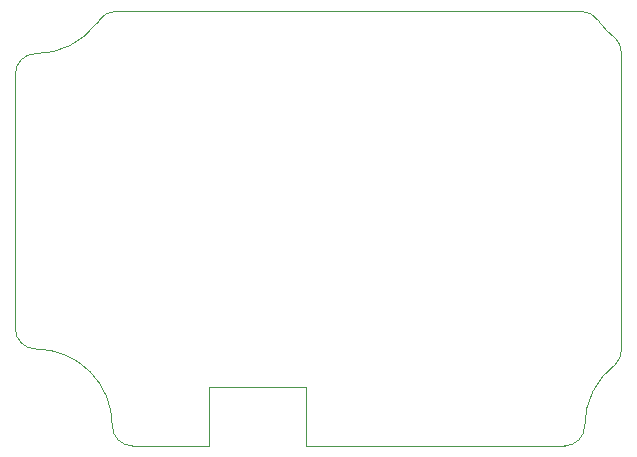
<source format=gbr>
%TF.GenerationSoftware,KiCad,Pcbnew,5.1.7-a382d34a8~88~ubuntu18.04.1*%
%TF.CreationDate,2022-12-15T19:41:17-05:00*%
%TF.ProjectId,project-nrf-leak-detector,70726f6a-6563-4742-9d6e-72662d6c6561,rev?*%
%TF.SameCoordinates,Original*%
%TF.FileFunction,Profile,NP*%
%FSLAX46Y46*%
G04 Gerber Fmt 4.6, Leading zero omitted, Abs format (unit mm)*
G04 Created by KiCad (PCBNEW 5.1.7-a382d34a8~88~ubuntu18.04.1) date 2022-12-15 19:41:17*
%MOMM*%
%LPD*%
G01*
G04 APERTURE LIST*
%TA.AperFunction,Profile*%
%ADD10C,0.050000*%
%TD*%
G04 APERTURE END LIST*
D10*
X76500000Y-71400000D02*
X54600000Y-71400000D01*
X54600000Y-66400000D02*
X54600000Y-71400000D01*
X46400000Y-66400000D02*
X54600000Y-66400000D01*
X46400000Y-71400000D02*
X46400000Y-66400000D01*
X78200000Y-69700000D02*
G75*
G02*
X80800000Y-64500000I6500000J0D01*
G01*
X81300000Y-63300000D02*
X81300000Y-38100000D01*
X80802082Y-36897918D02*
G75*
G02*
X81300000Y-38100000I-1202082J-1202082D01*
G01*
X81297056Y-63300000D02*
G75*
G02*
X80800000Y-64500000I-1697056J0D01*
G01*
X31700000Y-38200000D02*
G75*
G03*
X36930000Y-35559808I0J6500192D01*
G01*
X37070000Y-35375622D02*
X36930000Y-35559808D01*
X38500000Y-34599808D02*
G75*
G03*
X37070000Y-35375622I0J-1705814D01*
G01*
X79330000Y-35375814D02*
X79470000Y-35560000D01*
X80799885Y-36900154D02*
G75*
G02*
X79470000Y-35560000I3900115J5200154D01*
G01*
X77900000Y-34600000D02*
G75*
G02*
X79330000Y-35375814I0J-1705814D01*
G01*
X38500000Y-34599808D02*
X77900000Y-34600000D01*
X31700000Y-63200000D02*
G75*
G02*
X38200000Y-69700000I0J-6500000D01*
G01*
X39900000Y-71400000D02*
G75*
G02*
X38200000Y-69700000I0J1700000D01*
G01*
X78200000Y-69700000D02*
G75*
G02*
X76500000Y-71400000I-1700000J0D01*
G01*
X31700000Y-63200000D02*
G75*
G02*
X30000000Y-61500000I0J1700000D01*
G01*
X30000000Y-39900000D02*
G75*
G02*
X31700000Y-38200000I1700000J0D01*
G01*
X30000000Y-39900000D02*
X30000000Y-61500000D01*
X46400000Y-71400000D02*
X39900000Y-71400000D01*
M02*

</source>
